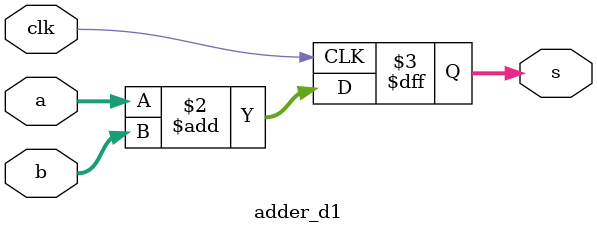
<source format=v>
module adder_d1 (
    input              clk, 
    input       [31:0] a,
    input       [31:0] b,
    output reg  [31:0] s
);  

    always @(posedge clk) begin
        s <= a + b;
    end
endmodule
</source>
